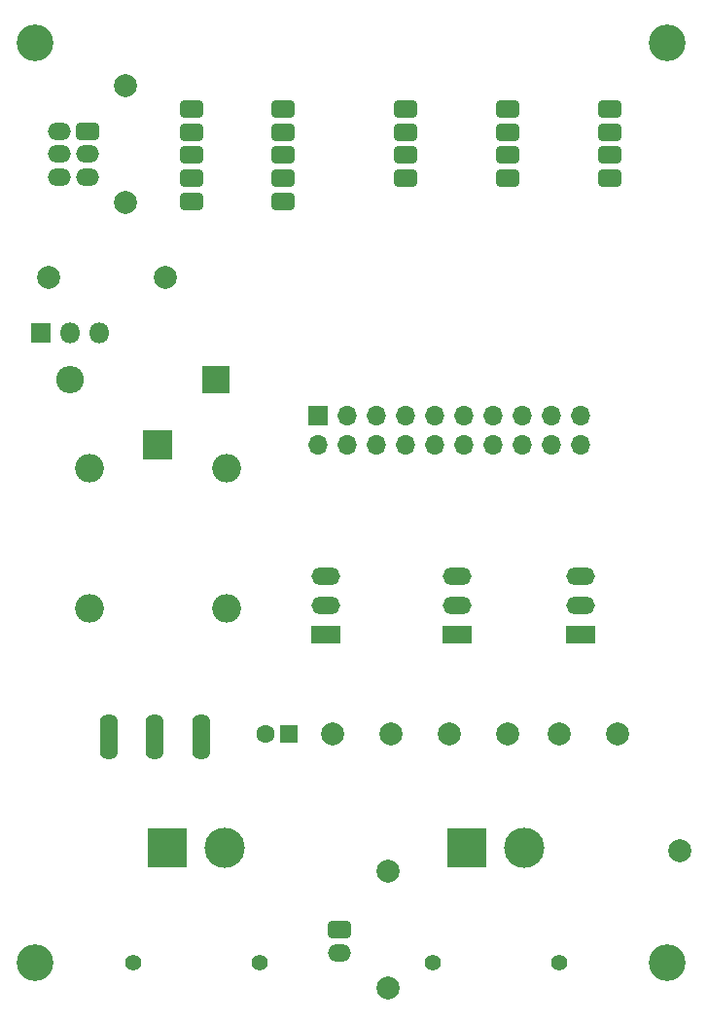
<source format=gbr>
%TF.GenerationSoftware,KiCad,Pcbnew,(6.0.0)*%
%TF.CreationDate,2022-05-13T11:27:12+02:00*%
%TF.ProjectId,Alimentation,416c696d-656e-4746-9174-696f6e2e6b69,rev?*%
%TF.SameCoordinates,Original*%
%TF.FileFunction,Soldermask,Top*%
%TF.FilePolarity,Negative*%
%FSLAX46Y46*%
G04 Gerber Fmt 4.6, Leading zero omitted, Abs format (unit mm)*
G04 Created by KiCad (PCBNEW (6.0.0)) date 2022-05-13 11:27:12*
%MOMM*%
%LPD*%
G01*
G04 APERTURE LIST*
G04 Aperture macros list*
%AMRoundRect*
0 Rectangle with rounded corners*
0 $1 Rounding radius*
0 $2 $3 $4 $5 $6 $7 $8 $9 X,Y pos of 4 corners*
0 Add a 4 corners polygon primitive as box body*
4,1,4,$2,$3,$4,$5,$6,$7,$8,$9,$2,$3,0*
0 Add four circle primitives for the rounded corners*
1,1,$1+$1,$2,$3*
1,1,$1+$1,$4,$5*
1,1,$1+$1,$6,$7*
1,1,$1+$1,$8,$9*
0 Add four rect primitives between the rounded corners*
20,1,$1+$1,$2,$3,$4,$5,0*
20,1,$1+$1,$4,$5,$6,$7,0*
20,1,$1+$1,$6,$7,$8,$9,0*
20,1,$1+$1,$8,$9,$2,$3,0*%
G04 Aperture macros list end*
%ADD10RoundRect,0.312500X-0.687500X0.437500X-0.687500X-0.437500X0.687500X-0.437500X0.687500X0.437500X0*%
%ADD11R,2.500000X2.500000*%
%ADD12O,2.500000X2.500000*%
%ADD13R,2.500000X1.500000*%
%ADD14O,2.500000X1.500000*%
%ADD15R,1.700000X1.700000*%
%ADD16O,1.700000X1.700000*%
%ADD17RoundRect,0.312500X0.687500X-0.437500X0.687500X0.437500X-0.687500X0.437500X-0.687500X-0.437500X0*%
%ADD18O,2.000000X1.500000*%
%ADD19R,2.400000X2.400000*%
%ADD20O,2.400000X2.400000*%
%ADD21C,2.000000*%
%ADD22C,3.200000*%
%ADD23C,1.400000*%
%ADD24R,3.500000X3.500000*%
%ADD25C,3.500000*%
%ADD26R,1.800000X1.800000*%
%ADD27O,1.800000X1.800000*%
%ADD28R,1.600000X1.600000*%
%ADD29C,1.600000*%
%ADD30O,1.600000X4.000000*%
G04 APERTURE END LIST*
D10*
%TO.C,J1*%
X143002000Y-46228000D03*
X143002000Y-48228000D03*
X143002000Y-50228000D03*
X143002000Y-52228000D03*
%TD*%
%TO.C,J2*%
X134112000Y-46228000D03*
X134112000Y-48228000D03*
X134112000Y-50228000D03*
X134112000Y-52228000D03*
%TD*%
%TO.C,J3*%
X125222000Y-46228000D03*
X125222000Y-48228000D03*
X125222000Y-50228000D03*
X125222000Y-52228000D03*
%TD*%
%TO.C,J4*%
X114554000Y-46228000D03*
X114554000Y-48228000D03*
X114554000Y-50228000D03*
X114554000Y-52228000D03*
X114554000Y-54228000D03*
%TD*%
%TO.C,J5*%
X106553000Y-46228000D03*
X106553000Y-48228000D03*
X106553000Y-50228000D03*
X106553000Y-52228000D03*
X106553000Y-54228000D03*
%TD*%
D11*
%TO.C,K1*%
X103632000Y-75438000D03*
D12*
X97632000Y-77438000D03*
X97632000Y-89638000D03*
X109632000Y-89638000D03*
X109632000Y-77438000D03*
%TD*%
D13*
%TO.C,U2*%
X129667000Y-91948000D03*
D14*
X129667000Y-89408000D03*
X129667000Y-86868000D03*
%TD*%
D13*
%TO.C,U3*%
X118237000Y-91948000D03*
D14*
X118237000Y-89408000D03*
X118237000Y-86868000D03*
%TD*%
D15*
%TO.C,J7*%
X117602000Y-72898000D03*
D16*
X117602000Y-75438000D03*
X120142000Y-72898000D03*
X120142000Y-75438000D03*
X122682000Y-72898000D03*
X122682000Y-75438000D03*
X125222000Y-72898000D03*
X125222000Y-75438000D03*
X127762000Y-72898000D03*
X127762000Y-75438000D03*
X130302000Y-72898000D03*
X130302000Y-75438000D03*
X132842000Y-72898000D03*
X132842000Y-75438000D03*
X135382000Y-72898000D03*
X135382000Y-75438000D03*
X137922000Y-72898000D03*
X137922000Y-75438000D03*
X140462000Y-72898000D03*
X140462000Y-75438000D03*
%TD*%
D17*
%TO.C,J6*%
X97482000Y-48133000D03*
D18*
X95082000Y-48133000D03*
X97482000Y-50133000D03*
X95082000Y-50133000D03*
X97482000Y-52133000D03*
X95082000Y-52133000D03*
%TD*%
D19*
%TO.C,D1*%
X108712000Y-69723000D03*
D20*
X96012000Y-69723000D03*
%TD*%
D13*
%TO.C,U1*%
X140462000Y-91948000D03*
D14*
X140462000Y-89408000D03*
X140462000Y-86868000D03*
%TD*%
D21*
%TO.C,R1*%
X104267000Y-60833000D03*
X94107000Y-60833000D03*
%TD*%
D22*
%TO.C,REF\u002A\u002A*%
X147952000Y-40448000D03*
%TD*%
%TO.C,REF\u002A\u002A*%
X92952000Y-120448000D03*
%TD*%
D23*
%TO.C,J8*%
X138556000Y-120448000D03*
X127556000Y-120448000D03*
D24*
X130556000Y-110448000D03*
D25*
X135556000Y-110448000D03*
%TD*%
D23*
%TO.C,J9*%
X112452000Y-120448000D03*
X101452000Y-120448000D03*
D24*
X104452000Y-110448000D03*
D25*
X109452000Y-110448000D03*
%TD*%
D26*
%TO.C,Q1*%
X93472000Y-65653000D03*
D27*
X96012000Y-65653000D03*
X98552000Y-65653000D03*
%TD*%
D10*
%TO.C,J10*%
X119422000Y-117618000D03*
D18*
X119422000Y-119618000D03*
%TD*%
D22*
%TO.C,REF\u002A\u002A*%
X92952000Y-40448000D03*
%TD*%
%TO.C,REF\u002A\u002A*%
X147952000Y-120448000D03*
%TD*%
D21*
%TO.C,F2*%
X134112000Y-100584000D03*
X129032000Y-100584000D03*
%TD*%
D28*
%TO.C,C1*%
X115001113Y-100584000D03*
D29*
X113001113Y-100584000D03*
%TD*%
D30*
%TO.C,SW1*%
X99378000Y-100838000D03*
X103378000Y-100838000D03*
X107378000Y-100838000D03*
%TD*%
D21*
%TO.C,TP13*%
X149098000Y-110744000D03*
%TD*%
%TO.C,R3*%
X100838000Y-44196000D03*
X100838000Y-54356000D03*
%TD*%
%TO.C,F3*%
X118862000Y-100584000D03*
X123942000Y-100584000D03*
%TD*%
%TO.C,R2*%
X123698000Y-122682000D03*
X123698000Y-112522000D03*
%TD*%
%TO.C,F1*%
X138547000Y-100584000D03*
X143627000Y-100584000D03*
%TD*%
M02*

</source>
